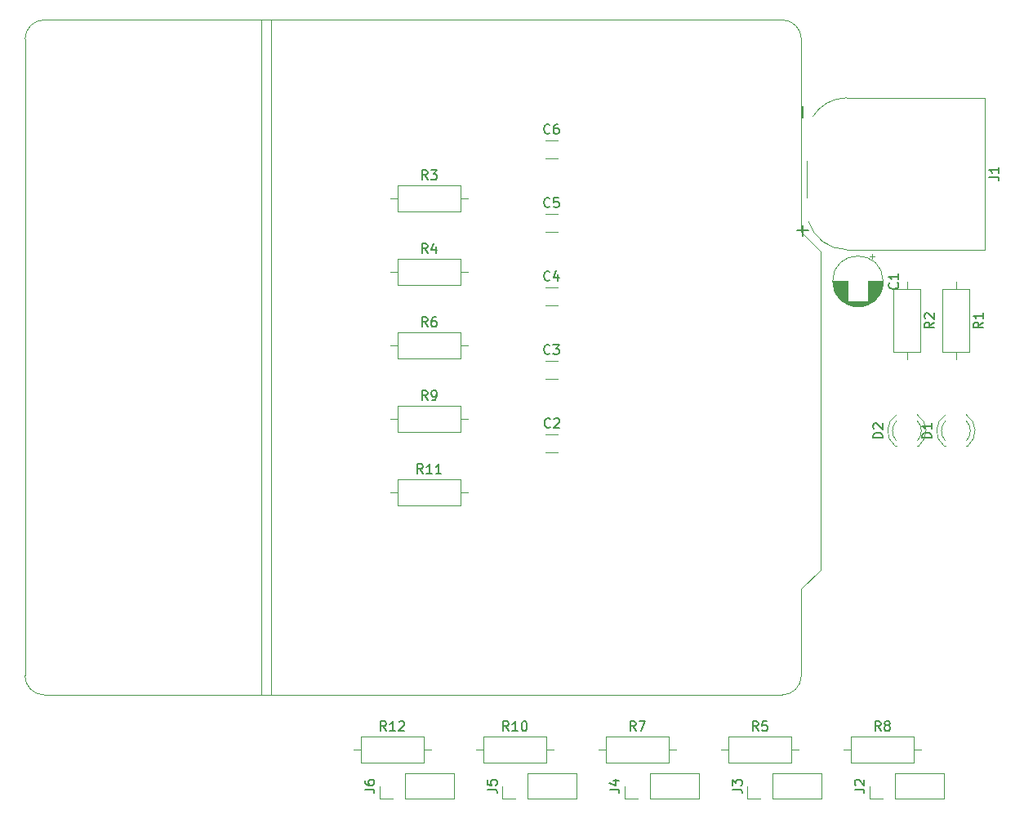
<source format=gbr>
%TF.GenerationSoftware,KiCad,Pcbnew,8.0.1*%
%TF.CreationDate,2024-10-19T15:00:55+09:00*%
%TF.ProjectId,kadai1,6b616461-6931-42e6-9b69-6361645f7063,rev?*%
%TF.SameCoordinates,PX4509570PY2f3c490*%
%TF.FileFunction,Legend,Top*%
%TF.FilePolarity,Positive*%
%FSLAX46Y46*%
G04 Gerber Fmt 4.6, Leading zero omitted, Abs format (unit mm)*
G04 Created by KiCad (PCBNEW 8.0.1) date 2024-10-19 15:00:55*
%MOMM*%
%LPD*%
G01*
G04 APERTURE LIST*
%ADD10C,0.150000*%
%ADD11C,0.120000*%
G04 APERTURE END LIST*
D10*
X66324819Y-31916666D02*
X65848628Y-32249999D01*
X66324819Y-32488094D02*
X65324819Y-32488094D01*
X65324819Y-32488094D02*
X65324819Y-32107142D01*
X65324819Y-32107142D02*
X65372438Y-32011904D01*
X65372438Y-32011904D02*
X65420057Y-31964285D01*
X65420057Y-31964285D02*
X65515295Y-31916666D01*
X65515295Y-31916666D02*
X65658152Y-31916666D01*
X65658152Y-31916666D02*
X65753390Y-31964285D01*
X65753390Y-31964285D02*
X65801009Y-32011904D01*
X65801009Y-32011904D02*
X65848628Y-32107142D01*
X65848628Y-32107142D02*
X65848628Y-32488094D01*
X65420057Y-31535713D02*
X65372438Y-31488094D01*
X65372438Y-31488094D02*
X65324819Y-31392856D01*
X65324819Y-31392856D02*
X65324819Y-31154761D01*
X65324819Y-31154761D02*
X65372438Y-31059523D01*
X65372438Y-31059523D02*
X65420057Y-31011904D01*
X65420057Y-31011904D02*
X65515295Y-30964285D01*
X65515295Y-30964285D02*
X65610533Y-30964285D01*
X65610533Y-30964285D02*
X65753390Y-31011904D01*
X65753390Y-31011904D02*
X66324819Y-31583332D01*
X66324819Y-31583332D02*
X66324819Y-30964285D01*
X45399819Y-80343333D02*
X46114104Y-80343333D01*
X46114104Y-80343333D02*
X46256961Y-80390952D01*
X46256961Y-80390952D02*
X46352200Y-80486190D01*
X46352200Y-80486190D02*
X46399819Y-80629047D01*
X46399819Y-80629047D02*
X46399819Y-80724285D01*
X45399819Y-79962380D02*
X45399819Y-79343333D01*
X45399819Y-79343333D02*
X45780771Y-79676666D01*
X45780771Y-79676666D02*
X45780771Y-79533809D01*
X45780771Y-79533809D02*
X45828390Y-79438571D01*
X45828390Y-79438571D02*
X45876009Y-79390952D01*
X45876009Y-79390952D02*
X45971247Y-79343333D01*
X45971247Y-79343333D02*
X46209342Y-79343333D01*
X46209342Y-79343333D02*
X46304580Y-79390952D01*
X46304580Y-79390952D02*
X46352200Y-79438571D01*
X46352200Y-79438571D02*
X46399819Y-79533809D01*
X46399819Y-79533809D02*
X46399819Y-79819523D01*
X46399819Y-79819523D02*
X46352200Y-79914761D01*
X46352200Y-79914761D02*
X46304580Y-79962380D01*
X22217142Y-74284819D02*
X21883809Y-73808628D01*
X21645714Y-74284819D02*
X21645714Y-73284819D01*
X21645714Y-73284819D02*
X22026666Y-73284819D01*
X22026666Y-73284819D02*
X22121904Y-73332438D01*
X22121904Y-73332438D02*
X22169523Y-73380057D01*
X22169523Y-73380057D02*
X22217142Y-73475295D01*
X22217142Y-73475295D02*
X22217142Y-73618152D01*
X22217142Y-73618152D02*
X22169523Y-73713390D01*
X22169523Y-73713390D02*
X22121904Y-73761009D01*
X22121904Y-73761009D02*
X22026666Y-73808628D01*
X22026666Y-73808628D02*
X21645714Y-73808628D01*
X23169523Y-74284819D02*
X22598095Y-74284819D01*
X22883809Y-74284819D02*
X22883809Y-73284819D01*
X22883809Y-73284819D02*
X22788571Y-73427676D01*
X22788571Y-73427676D02*
X22693333Y-73522914D01*
X22693333Y-73522914D02*
X22598095Y-73570533D01*
X23788571Y-73284819D02*
X23883809Y-73284819D01*
X23883809Y-73284819D02*
X23979047Y-73332438D01*
X23979047Y-73332438D02*
X24026666Y-73380057D01*
X24026666Y-73380057D02*
X24074285Y-73475295D01*
X24074285Y-73475295D02*
X24121904Y-73665771D01*
X24121904Y-73665771D02*
X24121904Y-73903866D01*
X24121904Y-73903866D02*
X24074285Y-74094342D01*
X24074285Y-74094342D02*
X24026666Y-74189580D01*
X24026666Y-74189580D02*
X23979047Y-74237200D01*
X23979047Y-74237200D02*
X23883809Y-74284819D01*
X23883809Y-74284819D02*
X23788571Y-74284819D01*
X23788571Y-74284819D02*
X23693333Y-74237200D01*
X23693333Y-74237200D02*
X23645714Y-74189580D01*
X23645714Y-74189580D02*
X23598095Y-74094342D01*
X23598095Y-74094342D02*
X23550476Y-73903866D01*
X23550476Y-73903866D02*
X23550476Y-73665771D01*
X23550476Y-73665771D02*
X23598095Y-73475295D01*
X23598095Y-73475295D02*
X23645714Y-73380057D01*
X23645714Y-73380057D02*
X23693333Y-73332438D01*
X23693333Y-73332438D02*
X23788571Y-73284819D01*
X13803333Y-39994819D02*
X13470000Y-39518628D01*
X13231905Y-39994819D02*
X13231905Y-38994819D01*
X13231905Y-38994819D02*
X13612857Y-38994819D01*
X13612857Y-38994819D02*
X13708095Y-39042438D01*
X13708095Y-39042438D02*
X13755714Y-39090057D01*
X13755714Y-39090057D02*
X13803333Y-39185295D01*
X13803333Y-39185295D02*
X13803333Y-39328152D01*
X13803333Y-39328152D02*
X13755714Y-39423390D01*
X13755714Y-39423390D02*
X13708095Y-39471009D01*
X13708095Y-39471009D02*
X13612857Y-39518628D01*
X13612857Y-39518628D02*
X13231905Y-39518628D01*
X14279524Y-39994819D02*
X14470000Y-39994819D01*
X14470000Y-39994819D02*
X14565238Y-39947200D01*
X14565238Y-39947200D02*
X14612857Y-39899580D01*
X14612857Y-39899580D02*
X14708095Y-39756723D01*
X14708095Y-39756723D02*
X14755714Y-39566247D01*
X14755714Y-39566247D02*
X14755714Y-39185295D01*
X14755714Y-39185295D02*
X14708095Y-39090057D01*
X14708095Y-39090057D02*
X14660476Y-39042438D01*
X14660476Y-39042438D02*
X14565238Y-38994819D01*
X14565238Y-38994819D02*
X14374762Y-38994819D01*
X14374762Y-38994819D02*
X14279524Y-39042438D01*
X14279524Y-39042438D02*
X14231905Y-39090057D01*
X14231905Y-39090057D02*
X14184286Y-39185295D01*
X14184286Y-39185295D02*
X14184286Y-39423390D01*
X14184286Y-39423390D02*
X14231905Y-39518628D01*
X14231905Y-39518628D02*
X14279524Y-39566247D01*
X14279524Y-39566247D02*
X14374762Y-39613866D01*
X14374762Y-39613866D02*
X14565238Y-39613866D01*
X14565238Y-39613866D02*
X14660476Y-39566247D01*
X14660476Y-39566247D02*
X14708095Y-39518628D01*
X14708095Y-39518628D02*
X14755714Y-39423390D01*
X26483333Y-12279580D02*
X26435714Y-12327200D01*
X26435714Y-12327200D02*
X26292857Y-12374819D01*
X26292857Y-12374819D02*
X26197619Y-12374819D01*
X26197619Y-12374819D02*
X26054762Y-12327200D01*
X26054762Y-12327200D02*
X25959524Y-12231961D01*
X25959524Y-12231961D02*
X25911905Y-12136723D01*
X25911905Y-12136723D02*
X25864286Y-11946247D01*
X25864286Y-11946247D02*
X25864286Y-11803390D01*
X25864286Y-11803390D02*
X25911905Y-11612914D01*
X25911905Y-11612914D02*
X25959524Y-11517676D01*
X25959524Y-11517676D02*
X26054762Y-11422438D01*
X26054762Y-11422438D02*
X26197619Y-11374819D01*
X26197619Y-11374819D02*
X26292857Y-11374819D01*
X26292857Y-11374819D02*
X26435714Y-11422438D01*
X26435714Y-11422438D02*
X26483333Y-11470057D01*
X27340476Y-11374819D02*
X27150000Y-11374819D01*
X27150000Y-11374819D02*
X27054762Y-11422438D01*
X27054762Y-11422438D02*
X27007143Y-11470057D01*
X27007143Y-11470057D02*
X26911905Y-11612914D01*
X26911905Y-11612914D02*
X26864286Y-11803390D01*
X26864286Y-11803390D02*
X26864286Y-12184342D01*
X26864286Y-12184342D02*
X26911905Y-12279580D01*
X26911905Y-12279580D02*
X26959524Y-12327200D01*
X26959524Y-12327200D02*
X27054762Y-12374819D01*
X27054762Y-12374819D02*
X27245238Y-12374819D01*
X27245238Y-12374819D02*
X27340476Y-12327200D01*
X27340476Y-12327200D02*
X27388095Y-12279580D01*
X27388095Y-12279580D02*
X27435714Y-12184342D01*
X27435714Y-12184342D02*
X27435714Y-11946247D01*
X27435714Y-11946247D02*
X27388095Y-11851009D01*
X27388095Y-11851009D02*
X27340476Y-11803390D01*
X27340476Y-11803390D02*
X27245238Y-11755771D01*
X27245238Y-11755771D02*
X27054762Y-11755771D01*
X27054762Y-11755771D02*
X26959524Y-11803390D01*
X26959524Y-11803390D02*
X26911905Y-11851009D01*
X26911905Y-11851009D02*
X26864286Y-11946247D01*
X19999819Y-80343333D02*
X20714104Y-80343333D01*
X20714104Y-80343333D02*
X20856961Y-80390952D01*
X20856961Y-80390952D02*
X20952200Y-80486190D01*
X20952200Y-80486190D02*
X20999819Y-80629047D01*
X20999819Y-80629047D02*
X20999819Y-80724285D01*
X19999819Y-79390952D02*
X19999819Y-79867142D01*
X19999819Y-79867142D02*
X20476009Y-79914761D01*
X20476009Y-79914761D02*
X20428390Y-79867142D01*
X20428390Y-79867142D02*
X20380771Y-79771904D01*
X20380771Y-79771904D02*
X20380771Y-79533809D01*
X20380771Y-79533809D02*
X20428390Y-79438571D01*
X20428390Y-79438571D02*
X20476009Y-79390952D01*
X20476009Y-79390952D02*
X20571247Y-79343333D01*
X20571247Y-79343333D02*
X20809342Y-79343333D01*
X20809342Y-79343333D02*
X20904580Y-79390952D01*
X20904580Y-79390952D02*
X20952200Y-79438571D01*
X20952200Y-79438571D02*
X20999819Y-79533809D01*
X20999819Y-79533809D02*
X20999819Y-79771904D01*
X20999819Y-79771904D02*
X20952200Y-79867142D01*
X20952200Y-79867142D02*
X20904580Y-79914761D01*
X60793333Y-74284819D02*
X60460000Y-73808628D01*
X60221905Y-74284819D02*
X60221905Y-73284819D01*
X60221905Y-73284819D02*
X60602857Y-73284819D01*
X60602857Y-73284819D02*
X60698095Y-73332438D01*
X60698095Y-73332438D02*
X60745714Y-73380057D01*
X60745714Y-73380057D02*
X60793333Y-73475295D01*
X60793333Y-73475295D02*
X60793333Y-73618152D01*
X60793333Y-73618152D02*
X60745714Y-73713390D01*
X60745714Y-73713390D02*
X60698095Y-73761009D01*
X60698095Y-73761009D02*
X60602857Y-73808628D01*
X60602857Y-73808628D02*
X60221905Y-73808628D01*
X61364762Y-73713390D02*
X61269524Y-73665771D01*
X61269524Y-73665771D02*
X61221905Y-73618152D01*
X61221905Y-73618152D02*
X61174286Y-73522914D01*
X61174286Y-73522914D02*
X61174286Y-73475295D01*
X61174286Y-73475295D02*
X61221905Y-73380057D01*
X61221905Y-73380057D02*
X61269524Y-73332438D01*
X61269524Y-73332438D02*
X61364762Y-73284819D01*
X61364762Y-73284819D02*
X61555238Y-73284819D01*
X61555238Y-73284819D02*
X61650476Y-73332438D01*
X61650476Y-73332438D02*
X61698095Y-73380057D01*
X61698095Y-73380057D02*
X61745714Y-73475295D01*
X61745714Y-73475295D02*
X61745714Y-73522914D01*
X61745714Y-73522914D02*
X61698095Y-73618152D01*
X61698095Y-73618152D02*
X61650476Y-73665771D01*
X61650476Y-73665771D02*
X61555238Y-73713390D01*
X61555238Y-73713390D02*
X61364762Y-73713390D01*
X61364762Y-73713390D02*
X61269524Y-73761009D01*
X61269524Y-73761009D02*
X61221905Y-73808628D01*
X61221905Y-73808628D02*
X61174286Y-73903866D01*
X61174286Y-73903866D02*
X61174286Y-74094342D01*
X61174286Y-74094342D02*
X61221905Y-74189580D01*
X61221905Y-74189580D02*
X61269524Y-74237200D01*
X61269524Y-74237200D02*
X61364762Y-74284819D01*
X61364762Y-74284819D02*
X61555238Y-74284819D01*
X61555238Y-74284819D02*
X61650476Y-74237200D01*
X61650476Y-74237200D02*
X61698095Y-74189580D01*
X61698095Y-74189580D02*
X61745714Y-74094342D01*
X61745714Y-74094342D02*
X61745714Y-73903866D01*
X61745714Y-73903866D02*
X61698095Y-73808628D01*
X61698095Y-73808628D02*
X61650476Y-73761009D01*
X61650476Y-73761009D02*
X61555238Y-73713390D01*
X13803333Y-24754819D02*
X13470000Y-24278628D01*
X13231905Y-24754819D02*
X13231905Y-23754819D01*
X13231905Y-23754819D02*
X13612857Y-23754819D01*
X13612857Y-23754819D02*
X13708095Y-23802438D01*
X13708095Y-23802438D02*
X13755714Y-23850057D01*
X13755714Y-23850057D02*
X13803333Y-23945295D01*
X13803333Y-23945295D02*
X13803333Y-24088152D01*
X13803333Y-24088152D02*
X13755714Y-24183390D01*
X13755714Y-24183390D02*
X13708095Y-24231009D01*
X13708095Y-24231009D02*
X13612857Y-24278628D01*
X13612857Y-24278628D02*
X13231905Y-24278628D01*
X14660476Y-24088152D02*
X14660476Y-24754819D01*
X14422381Y-23707200D02*
X14184286Y-24421485D01*
X14184286Y-24421485D02*
X14803333Y-24421485D01*
X26483333Y-19899580D02*
X26435714Y-19947200D01*
X26435714Y-19947200D02*
X26292857Y-19994819D01*
X26292857Y-19994819D02*
X26197619Y-19994819D01*
X26197619Y-19994819D02*
X26054762Y-19947200D01*
X26054762Y-19947200D02*
X25959524Y-19851961D01*
X25959524Y-19851961D02*
X25911905Y-19756723D01*
X25911905Y-19756723D02*
X25864286Y-19566247D01*
X25864286Y-19566247D02*
X25864286Y-19423390D01*
X25864286Y-19423390D02*
X25911905Y-19232914D01*
X25911905Y-19232914D02*
X25959524Y-19137676D01*
X25959524Y-19137676D02*
X26054762Y-19042438D01*
X26054762Y-19042438D02*
X26197619Y-18994819D01*
X26197619Y-18994819D02*
X26292857Y-18994819D01*
X26292857Y-18994819D02*
X26435714Y-19042438D01*
X26435714Y-19042438D02*
X26483333Y-19090057D01*
X27388095Y-18994819D02*
X26911905Y-18994819D01*
X26911905Y-18994819D02*
X26864286Y-19471009D01*
X26864286Y-19471009D02*
X26911905Y-19423390D01*
X26911905Y-19423390D02*
X27007143Y-19375771D01*
X27007143Y-19375771D02*
X27245238Y-19375771D01*
X27245238Y-19375771D02*
X27340476Y-19423390D01*
X27340476Y-19423390D02*
X27388095Y-19471009D01*
X27388095Y-19471009D02*
X27435714Y-19566247D01*
X27435714Y-19566247D02*
X27435714Y-19804342D01*
X27435714Y-19804342D02*
X27388095Y-19899580D01*
X27388095Y-19899580D02*
X27340476Y-19947200D01*
X27340476Y-19947200D02*
X27245238Y-19994819D01*
X27245238Y-19994819D02*
X27007143Y-19994819D01*
X27007143Y-19994819D02*
X26911905Y-19947200D01*
X26911905Y-19947200D02*
X26864286Y-19899580D01*
X60994819Y-43918094D02*
X59994819Y-43918094D01*
X59994819Y-43918094D02*
X59994819Y-43679999D01*
X59994819Y-43679999D02*
X60042438Y-43537142D01*
X60042438Y-43537142D02*
X60137676Y-43441904D01*
X60137676Y-43441904D02*
X60232914Y-43394285D01*
X60232914Y-43394285D02*
X60423390Y-43346666D01*
X60423390Y-43346666D02*
X60566247Y-43346666D01*
X60566247Y-43346666D02*
X60756723Y-43394285D01*
X60756723Y-43394285D02*
X60851961Y-43441904D01*
X60851961Y-43441904D02*
X60947200Y-43537142D01*
X60947200Y-43537142D02*
X60994819Y-43679999D01*
X60994819Y-43679999D02*
X60994819Y-43918094D01*
X60090057Y-42965713D02*
X60042438Y-42918094D01*
X60042438Y-42918094D02*
X59994819Y-42822856D01*
X59994819Y-42822856D02*
X59994819Y-42584761D01*
X59994819Y-42584761D02*
X60042438Y-42489523D01*
X60042438Y-42489523D02*
X60090057Y-42441904D01*
X60090057Y-42441904D02*
X60185295Y-42394285D01*
X60185295Y-42394285D02*
X60280533Y-42394285D01*
X60280533Y-42394285D02*
X60423390Y-42441904D01*
X60423390Y-42441904D02*
X60994819Y-43013332D01*
X60994819Y-43013332D02*
X60994819Y-42394285D01*
X13327142Y-47614819D02*
X12993809Y-47138628D01*
X12755714Y-47614819D02*
X12755714Y-46614819D01*
X12755714Y-46614819D02*
X13136666Y-46614819D01*
X13136666Y-46614819D02*
X13231904Y-46662438D01*
X13231904Y-46662438D02*
X13279523Y-46710057D01*
X13279523Y-46710057D02*
X13327142Y-46805295D01*
X13327142Y-46805295D02*
X13327142Y-46948152D01*
X13327142Y-46948152D02*
X13279523Y-47043390D01*
X13279523Y-47043390D02*
X13231904Y-47091009D01*
X13231904Y-47091009D02*
X13136666Y-47138628D01*
X13136666Y-47138628D02*
X12755714Y-47138628D01*
X14279523Y-47614819D02*
X13708095Y-47614819D01*
X13993809Y-47614819D02*
X13993809Y-46614819D01*
X13993809Y-46614819D02*
X13898571Y-46757676D01*
X13898571Y-46757676D02*
X13803333Y-46852914D01*
X13803333Y-46852914D02*
X13708095Y-46900533D01*
X15231904Y-47614819D02*
X14660476Y-47614819D01*
X14946190Y-47614819D02*
X14946190Y-46614819D01*
X14946190Y-46614819D02*
X14850952Y-46757676D01*
X14850952Y-46757676D02*
X14755714Y-46852914D01*
X14755714Y-46852914D02*
X14660476Y-46900533D01*
X26483333Y-27519580D02*
X26435714Y-27567200D01*
X26435714Y-27567200D02*
X26292857Y-27614819D01*
X26292857Y-27614819D02*
X26197619Y-27614819D01*
X26197619Y-27614819D02*
X26054762Y-27567200D01*
X26054762Y-27567200D02*
X25959524Y-27471961D01*
X25959524Y-27471961D02*
X25911905Y-27376723D01*
X25911905Y-27376723D02*
X25864286Y-27186247D01*
X25864286Y-27186247D02*
X25864286Y-27043390D01*
X25864286Y-27043390D02*
X25911905Y-26852914D01*
X25911905Y-26852914D02*
X25959524Y-26757676D01*
X25959524Y-26757676D02*
X26054762Y-26662438D01*
X26054762Y-26662438D02*
X26197619Y-26614819D01*
X26197619Y-26614819D02*
X26292857Y-26614819D01*
X26292857Y-26614819D02*
X26435714Y-26662438D01*
X26435714Y-26662438D02*
X26483333Y-26710057D01*
X27340476Y-26948152D02*
X27340476Y-27614819D01*
X27102381Y-26567200D02*
X26864286Y-27281485D01*
X26864286Y-27281485D02*
X27483333Y-27281485D01*
X7284819Y-80343333D02*
X7999104Y-80343333D01*
X7999104Y-80343333D02*
X8141961Y-80390952D01*
X8141961Y-80390952D02*
X8237200Y-80486190D01*
X8237200Y-80486190D02*
X8284819Y-80629047D01*
X8284819Y-80629047D02*
X8284819Y-80724285D01*
X7284819Y-79438571D02*
X7284819Y-79629047D01*
X7284819Y-79629047D02*
X7332438Y-79724285D01*
X7332438Y-79724285D02*
X7380057Y-79771904D01*
X7380057Y-79771904D02*
X7522914Y-79867142D01*
X7522914Y-79867142D02*
X7713390Y-79914761D01*
X7713390Y-79914761D02*
X8094342Y-79914761D01*
X8094342Y-79914761D02*
X8189580Y-79867142D01*
X8189580Y-79867142D02*
X8237200Y-79819523D01*
X8237200Y-79819523D02*
X8284819Y-79724285D01*
X8284819Y-79724285D02*
X8284819Y-79533809D01*
X8284819Y-79533809D02*
X8237200Y-79438571D01*
X8237200Y-79438571D02*
X8189580Y-79390952D01*
X8189580Y-79390952D02*
X8094342Y-79343333D01*
X8094342Y-79343333D02*
X7856247Y-79343333D01*
X7856247Y-79343333D02*
X7761009Y-79390952D01*
X7761009Y-79390952D02*
X7713390Y-79438571D01*
X7713390Y-79438571D02*
X7665771Y-79533809D01*
X7665771Y-79533809D02*
X7665771Y-79724285D01*
X7665771Y-79724285D02*
X7713390Y-79819523D01*
X7713390Y-79819523D02*
X7761009Y-79867142D01*
X7761009Y-79867142D02*
X7856247Y-79914761D01*
X66074819Y-43918094D02*
X65074819Y-43918094D01*
X65074819Y-43918094D02*
X65074819Y-43679999D01*
X65074819Y-43679999D02*
X65122438Y-43537142D01*
X65122438Y-43537142D02*
X65217676Y-43441904D01*
X65217676Y-43441904D02*
X65312914Y-43394285D01*
X65312914Y-43394285D02*
X65503390Y-43346666D01*
X65503390Y-43346666D02*
X65646247Y-43346666D01*
X65646247Y-43346666D02*
X65836723Y-43394285D01*
X65836723Y-43394285D02*
X65931961Y-43441904D01*
X65931961Y-43441904D02*
X66027200Y-43537142D01*
X66027200Y-43537142D02*
X66074819Y-43679999D01*
X66074819Y-43679999D02*
X66074819Y-43918094D01*
X66074819Y-42394285D02*
X66074819Y-42965713D01*
X66074819Y-42679999D02*
X65074819Y-42679999D01*
X65074819Y-42679999D02*
X65217676Y-42775237D01*
X65217676Y-42775237D02*
X65312914Y-42870475D01*
X65312914Y-42870475D02*
X65360533Y-42965713D01*
X13803333Y-32374819D02*
X13470000Y-31898628D01*
X13231905Y-32374819D02*
X13231905Y-31374819D01*
X13231905Y-31374819D02*
X13612857Y-31374819D01*
X13612857Y-31374819D02*
X13708095Y-31422438D01*
X13708095Y-31422438D02*
X13755714Y-31470057D01*
X13755714Y-31470057D02*
X13803333Y-31565295D01*
X13803333Y-31565295D02*
X13803333Y-31708152D01*
X13803333Y-31708152D02*
X13755714Y-31803390D01*
X13755714Y-31803390D02*
X13708095Y-31851009D01*
X13708095Y-31851009D02*
X13612857Y-31898628D01*
X13612857Y-31898628D02*
X13231905Y-31898628D01*
X14660476Y-31374819D02*
X14470000Y-31374819D01*
X14470000Y-31374819D02*
X14374762Y-31422438D01*
X14374762Y-31422438D02*
X14327143Y-31470057D01*
X14327143Y-31470057D02*
X14231905Y-31612914D01*
X14231905Y-31612914D02*
X14184286Y-31803390D01*
X14184286Y-31803390D02*
X14184286Y-32184342D01*
X14184286Y-32184342D02*
X14231905Y-32279580D01*
X14231905Y-32279580D02*
X14279524Y-32327200D01*
X14279524Y-32327200D02*
X14374762Y-32374819D01*
X14374762Y-32374819D02*
X14565238Y-32374819D01*
X14565238Y-32374819D02*
X14660476Y-32327200D01*
X14660476Y-32327200D02*
X14708095Y-32279580D01*
X14708095Y-32279580D02*
X14755714Y-32184342D01*
X14755714Y-32184342D02*
X14755714Y-31946247D01*
X14755714Y-31946247D02*
X14708095Y-31851009D01*
X14708095Y-31851009D02*
X14660476Y-31803390D01*
X14660476Y-31803390D02*
X14565238Y-31755771D01*
X14565238Y-31755771D02*
X14374762Y-31755771D01*
X14374762Y-31755771D02*
X14279524Y-31803390D01*
X14279524Y-31803390D02*
X14231905Y-31851009D01*
X14231905Y-31851009D02*
X14184286Y-31946247D01*
X71404819Y-31916666D02*
X70928628Y-32249999D01*
X71404819Y-32488094D02*
X70404819Y-32488094D01*
X70404819Y-32488094D02*
X70404819Y-32107142D01*
X70404819Y-32107142D02*
X70452438Y-32011904D01*
X70452438Y-32011904D02*
X70500057Y-31964285D01*
X70500057Y-31964285D02*
X70595295Y-31916666D01*
X70595295Y-31916666D02*
X70738152Y-31916666D01*
X70738152Y-31916666D02*
X70833390Y-31964285D01*
X70833390Y-31964285D02*
X70881009Y-32011904D01*
X70881009Y-32011904D02*
X70928628Y-32107142D01*
X70928628Y-32107142D02*
X70928628Y-32488094D01*
X71404819Y-30964285D02*
X71404819Y-31535713D01*
X71404819Y-31249999D02*
X70404819Y-31249999D01*
X70404819Y-31249999D02*
X70547676Y-31345237D01*
X70547676Y-31345237D02*
X70642914Y-31440475D01*
X70642914Y-31440475D02*
X70690533Y-31535713D01*
X26523333Y-42759580D02*
X26475714Y-42807200D01*
X26475714Y-42807200D02*
X26332857Y-42854819D01*
X26332857Y-42854819D02*
X26237619Y-42854819D01*
X26237619Y-42854819D02*
X26094762Y-42807200D01*
X26094762Y-42807200D02*
X25999524Y-42711961D01*
X25999524Y-42711961D02*
X25951905Y-42616723D01*
X25951905Y-42616723D02*
X25904286Y-42426247D01*
X25904286Y-42426247D02*
X25904286Y-42283390D01*
X25904286Y-42283390D02*
X25951905Y-42092914D01*
X25951905Y-42092914D02*
X25999524Y-41997676D01*
X25999524Y-41997676D02*
X26094762Y-41902438D01*
X26094762Y-41902438D02*
X26237619Y-41854819D01*
X26237619Y-41854819D02*
X26332857Y-41854819D01*
X26332857Y-41854819D02*
X26475714Y-41902438D01*
X26475714Y-41902438D02*
X26523333Y-41950057D01*
X26904286Y-41950057D02*
X26951905Y-41902438D01*
X26951905Y-41902438D02*
X27047143Y-41854819D01*
X27047143Y-41854819D02*
X27285238Y-41854819D01*
X27285238Y-41854819D02*
X27380476Y-41902438D01*
X27380476Y-41902438D02*
X27428095Y-41950057D01*
X27428095Y-41950057D02*
X27475714Y-42045295D01*
X27475714Y-42045295D02*
X27475714Y-42140533D01*
X27475714Y-42140533D02*
X27428095Y-42283390D01*
X27428095Y-42283390D02*
X26856667Y-42854819D01*
X26856667Y-42854819D02*
X27475714Y-42854819D01*
X26483333Y-35139580D02*
X26435714Y-35187200D01*
X26435714Y-35187200D02*
X26292857Y-35234819D01*
X26292857Y-35234819D02*
X26197619Y-35234819D01*
X26197619Y-35234819D02*
X26054762Y-35187200D01*
X26054762Y-35187200D02*
X25959524Y-35091961D01*
X25959524Y-35091961D02*
X25911905Y-34996723D01*
X25911905Y-34996723D02*
X25864286Y-34806247D01*
X25864286Y-34806247D02*
X25864286Y-34663390D01*
X25864286Y-34663390D02*
X25911905Y-34472914D01*
X25911905Y-34472914D02*
X25959524Y-34377676D01*
X25959524Y-34377676D02*
X26054762Y-34282438D01*
X26054762Y-34282438D02*
X26197619Y-34234819D01*
X26197619Y-34234819D02*
X26292857Y-34234819D01*
X26292857Y-34234819D02*
X26435714Y-34282438D01*
X26435714Y-34282438D02*
X26483333Y-34330057D01*
X26816667Y-34234819D02*
X27435714Y-34234819D01*
X27435714Y-34234819D02*
X27102381Y-34615771D01*
X27102381Y-34615771D02*
X27245238Y-34615771D01*
X27245238Y-34615771D02*
X27340476Y-34663390D01*
X27340476Y-34663390D02*
X27388095Y-34711009D01*
X27388095Y-34711009D02*
X27435714Y-34806247D01*
X27435714Y-34806247D02*
X27435714Y-35044342D01*
X27435714Y-35044342D02*
X27388095Y-35139580D01*
X27388095Y-35139580D02*
X27340476Y-35187200D01*
X27340476Y-35187200D02*
X27245238Y-35234819D01*
X27245238Y-35234819D02*
X26959524Y-35234819D01*
X26959524Y-35234819D02*
X26864286Y-35187200D01*
X26864286Y-35187200D02*
X26816667Y-35139580D01*
X62529580Y-27836666D02*
X62577200Y-27884285D01*
X62577200Y-27884285D02*
X62624819Y-28027142D01*
X62624819Y-28027142D02*
X62624819Y-28122380D01*
X62624819Y-28122380D02*
X62577200Y-28265237D01*
X62577200Y-28265237D02*
X62481961Y-28360475D01*
X62481961Y-28360475D02*
X62386723Y-28408094D01*
X62386723Y-28408094D02*
X62196247Y-28455713D01*
X62196247Y-28455713D02*
X62053390Y-28455713D01*
X62053390Y-28455713D02*
X61862914Y-28408094D01*
X61862914Y-28408094D02*
X61767676Y-28360475D01*
X61767676Y-28360475D02*
X61672438Y-28265237D01*
X61672438Y-28265237D02*
X61624819Y-28122380D01*
X61624819Y-28122380D02*
X61624819Y-28027142D01*
X61624819Y-28027142D02*
X61672438Y-27884285D01*
X61672438Y-27884285D02*
X61720057Y-27836666D01*
X62624819Y-26884285D02*
X62624819Y-27455713D01*
X62624819Y-27169999D02*
X61624819Y-27169999D01*
X61624819Y-27169999D02*
X61767676Y-27265237D01*
X61767676Y-27265237D02*
X61862914Y-27360475D01*
X61862914Y-27360475D02*
X61910533Y-27455713D01*
X58084819Y-80343333D02*
X58799104Y-80343333D01*
X58799104Y-80343333D02*
X58941961Y-80390952D01*
X58941961Y-80390952D02*
X59037200Y-80486190D01*
X59037200Y-80486190D02*
X59084819Y-80629047D01*
X59084819Y-80629047D02*
X59084819Y-80724285D01*
X58180057Y-79914761D02*
X58132438Y-79867142D01*
X58132438Y-79867142D02*
X58084819Y-79771904D01*
X58084819Y-79771904D02*
X58084819Y-79533809D01*
X58084819Y-79533809D02*
X58132438Y-79438571D01*
X58132438Y-79438571D02*
X58180057Y-79390952D01*
X58180057Y-79390952D02*
X58275295Y-79343333D01*
X58275295Y-79343333D02*
X58370533Y-79343333D01*
X58370533Y-79343333D02*
X58513390Y-79390952D01*
X58513390Y-79390952D02*
X59084819Y-79962380D01*
X59084819Y-79962380D02*
X59084819Y-79343333D01*
X32684819Y-80343333D02*
X33399104Y-80343333D01*
X33399104Y-80343333D02*
X33541961Y-80390952D01*
X33541961Y-80390952D02*
X33637200Y-80486190D01*
X33637200Y-80486190D02*
X33684819Y-80629047D01*
X33684819Y-80629047D02*
X33684819Y-80724285D01*
X33018152Y-79438571D02*
X33684819Y-79438571D01*
X32637200Y-79676666D02*
X33351485Y-79914761D01*
X33351485Y-79914761D02*
X33351485Y-79295714D01*
X48093333Y-74284819D02*
X47760000Y-73808628D01*
X47521905Y-74284819D02*
X47521905Y-73284819D01*
X47521905Y-73284819D02*
X47902857Y-73284819D01*
X47902857Y-73284819D02*
X47998095Y-73332438D01*
X47998095Y-73332438D02*
X48045714Y-73380057D01*
X48045714Y-73380057D02*
X48093333Y-73475295D01*
X48093333Y-73475295D02*
X48093333Y-73618152D01*
X48093333Y-73618152D02*
X48045714Y-73713390D01*
X48045714Y-73713390D02*
X47998095Y-73761009D01*
X47998095Y-73761009D02*
X47902857Y-73808628D01*
X47902857Y-73808628D02*
X47521905Y-73808628D01*
X48998095Y-73284819D02*
X48521905Y-73284819D01*
X48521905Y-73284819D02*
X48474286Y-73761009D01*
X48474286Y-73761009D02*
X48521905Y-73713390D01*
X48521905Y-73713390D02*
X48617143Y-73665771D01*
X48617143Y-73665771D02*
X48855238Y-73665771D01*
X48855238Y-73665771D02*
X48950476Y-73713390D01*
X48950476Y-73713390D02*
X48998095Y-73761009D01*
X48998095Y-73761009D02*
X49045714Y-73856247D01*
X49045714Y-73856247D02*
X49045714Y-74094342D01*
X49045714Y-74094342D02*
X48998095Y-74189580D01*
X48998095Y-74189580D02*
X48950476Y-74237200D01*
X48950476Y-74237200D02*
X48855238Y-74284819D01*
X48855238Y-74284819D02*
X48617143Y-74284819D01*
X48617143Y-74284819D02*
X48521905Y-74237200D01*
X48521905Y-74237200D02*
X48474286Y-74189580D01*
X72034819Y-16843333D02*
X72749104Y-16843333D01*
X72749104Y-16843333D02*
X72891961Y-16890952D01*
X72891961Y-16890952D02*
X72987200Y-16986190D01*
X72987200Y-16986190D02*
X73034819Y-17129047D01*
X73034819Y-17129047D02*
X73034819Y-17224285D01*
X73034819Y-15843333D02*
X73034819Y-16414761D01*
X73034819Y-16129047D02*
X72034819Y-16129047D01*
X72034819Y-16129047D02*
X72177676Y-16224285D01*
X72177676Y-16224285D02*
X72272914Y-16319523D01*
X72272914Y-16319523D02*
X72320533Y-16414761D01*
X52694700Y-22981428D02*
X52694700Y-21838571D01*
X53266128Y-22409999D02*
X52123271Y-22409999D01*
X52694700Y-10681428D02*
X52694700Y-9538571D01*
X9517142Y-74284819D02*
X9183809Y-73808628D01*
X8945714Y-74284819D02*
X8945714Y-73284819D01*
X8945714Y-73284819D02*
X9326666Y-73284819D01*
X9326666Y-73284819D02*
X9421904Y-73332438D01*
X9421904Y-73332438D02*
X9469523Y-73380057D01*
X9469523Y-73380057D02*
X9517142Y-73475295D01*
X9517142Y-73475295D02*
X9517142Y-73618152D01*
X9517142Y-73618152D02*
X9469523Y-73713390D01*
X9469523Y-73713390D02*
X9421904Y-73761009D01*
X9421904Y-73761009D02*
X9326666Y-73808628D01*
X9326666Y-73808628D02*
X8945714Y-73808628D01*
X10469523Y-74284819D02*
X9898095Y-74284819D01*
X10183809Y-74284819D02*
X10183809Y-73284819D01*
X10183809Y-73284819D02*
X10088571Y-73427676D01*
X10088571Y-73427676D02*
X9993333Y-73522914D01*
X9993333Y-73522914D02*
X9898095Y-73570533D01*
X10850476Y-73380057D02*
X10898095Y-73332438D01*
X10898095Y-73332438D02*
X10993333Y-73284819D01*
X10993333Y-73284819D02*
X11231428Y-73284819D01*
X11231428Y-73284819D02*
X11326666Y-73332438D01*
X11326666Y-73332438D02*
X11374285Y-73380057D01*
X11374285Y-73380057D02*
X11421904Y-73475295D01*
X11421904Y-73475295D02*
X11421904Y-73570533D01*
X11421904Y-73570533D02*
X11374285Y-73713390D01*
X11374285Y-73713390D02*
X10802857Y-74284819D01*
X10802857Y-74284819D02*
X11421904Y-74284819D01*
X35393333Y-74284819D02*
X35060000Y-73808628D01*
X34821905Y-74284819D02*
X34821905Y-73284819D01*
X34821905Y-73284819D02*
X35202857Y-73284819D01*
X35202857Y-73284819D02*
X35298095Y-73332438D01*
X35298095Y-73332438D02*
X35345714Y-73380057D01*
X35345714Y-73380057D02*
X35393333Y-73475295D01*
X35393333Y-73475295D02*
X35393333Y-73618152D01*
X35393333Y-73618152D02*
X35345714Y-73713390D01*
X35345714Y-73713390D02*
X35298095Y-73761009D01*
X35298095Y-73761009D02*
X35202857Y-73808628D01*
X35202857Y-73808628D02*
X34821905Y-73808628D01*
X35726667Y-73284819D02*
X36393333Y-73284819D01*
X36393333Y-73284819D02*
X35964762Y-74284819D01*
X13803333Y-17134819D02*
X13470000Y-16658628D01*
X13231905Y-17134819D02*
X13231905Y-16134819D01*
X13231905Y-16134819D02*
X13612857Y-16134819D01*
X13612857Y-16134819D02*
X13708095Y-16182438D01*
X13708095Y-16182438D02*
X13755714Y-16230057D01*
X13755714Y-16230057D02*
X13803333Y-16325295D01*
X13803333Y-16325295D02*
X13803333Y-16468152D01*
X13803333Y-16468152D02*
X13755714Y-16563390D01*
X13755714Y-16563390D02*
X13708095Y-16611009D01*
X13708095Y-16611009D02*
X13612857Y-16658628D01*
X13612857Y-16658628D02*
X13231905Y-16658628D01*
X14136667Y-16134819D02*
X14755714Y-16134819D01*
X14755714Y-16134819D02*
X14422381Y-16515771D01*
X14422381Y-16515771D02*
X14565238Y-16515771D01*
X14565238Y-16515771D02*
X14660476Y-16563390D01*
X14660476Y-16563390D02*
X14708095Y-16611009D01*
X14708095Y-16611009D02*
X14755714Y-16706247D01*
X14755714Y-16706247D02*
X14755714Y-16944342D01*
X14755714Y-16944342D02*
X14708095Y-17039580D01*
X14708095Y-17039580D02*
X14660476Y-17087200D01*
X14660476Y-17087200D02*
X14565238Y-17134819D01*
X14565238Y-17134819D02*
X14279524Y-17134819D01*
X14279524Y-17134819D02*
X14184286Y-17087200D01*
X14184286Y-17087200D02*
X14136667Y-17039580D01*
D11*
%TO.C,R2*%
X62130000Y-28480000D02*
X62130000Y-35020000D01*
X62130000Y-35020000D02*
X64870000Y-35020000D01*
X63500000Y-27710000D02*
X63500000Y-28480000D01*
X63500000Y-35790000D02*
X63500000Y-35020000D01*
X64870000Y-28480000D02*
X62130000Y-28480000D01*
X64870000Y-35020000D02*
X64870000Y-28480000D01*
%TO.C,J3*%
X46945000Y-81340000D02*
X46945000Y-80010000D01*
X48275000Y-81340000D02*
X46945000Y-81340000D01*
X49545000Y-78680000D02*
X54685000Y-78680000D01*
X49545000Y-81340000D02*
X49545000Y-78680000D01*
X49545000Y-81340000D02*
X54685000Y-81340000D01*
X54685000Y-81340000D02*
X54685000Y-78680000D01*
%TO.C,R10*%
X18820000Y-76200000D02*
X19590000Y-76200000D01*
X19590000Y-74830000D02*
X19590000Y-77570000D01*
X19590000Y-77570000D02*
X26130000Y-77570000D01*
X26130000Y-74830000D02*
X19590000Y-74830000D01*
X26130000Y-77570000D02*
X26130000Y-74830000D01*
X26900000Y-76200000D02*
X26130000Y-76200000D01*
%TO.C,R9*%
X9930000Y-41910000D02*
X10700000Y-41910000D01*
X10700000Y-40540000D02*
X10700000Y-43280000D01*
X10700000Y-43280000D02*
X17240000Y-43280000D01*
X17240000Y-40540000D02*
X10700000Y-40540000D01*
X17240000Y-43280000D02*
X17240000Y-40540000D01*
X18010000Y-41910000D02*
X17240000Y-41910000D01*
%TO.C,C6*%
X26021000Y-13050000D02*
X27279000Y-13050000D01*
X26021000Y-14890000D02*
X27279000Y-14890000D01*
%TO.C,J5*%
X21545000Y-81340000D02*
X21545000Y-80010000D01*
X22875000Y-81340000D02*
X21545000Y-81340000D01*
X24145000Y-78680000D02*
X29285000Y-78680000D01*
X24145000Y-81340000D02*
X24145000Y-78680000D01*
X24145000Y-81340000D02*
X29285000Y-81340000D01*
X29285000Y-81340000D02*
X29285000Y-78680000D01*
%TO.C,R8*%
X56920000Y-76200000D02*
X57690000Y-76200000D01*
X57690000Y-74830000D02*
X57690000Y-77570000D01*
X57690000Y-77570000D02*
X64230000Y-77570000D01*
X64230000Y-74830000D02*
X57690000Y-74830000D01*
X64230000Y-77570000D02*
X64230000Y-74830000D01*
X65000000Y-76200000D02*
X64230000Y-76200000D01*
%TO.C,R4*%
X9930000Y-26670000D02*
X10700000Y-26670000D01*
X10700000Y-25300000D02*
X10700000Y-28040000D01*
X10700000Y-28040000D02*
X17240000Y-28040000D01*
X17240000Y-25300000D02*
X10700000Y-25300000D01*
X17240000Y-28040000D02*
X17240000Y-25300000D01*
X18010000Y-26670000D02*
X17240000Y-26670000D01*
%TO.C,C5*%
X26021000Y-20670000D02*
X27279000Y-20670000D01*
X26021000Y-22510000D02*
X27279000Y-22510000D01*
%TO.C,D2*%
X62264000Y-44740000D02*
X62420000Y-44740000D01*
X64580000Y-44740000D02*
X64736000Y-44740000D01*
X62264485Y-44739999D02*
G75*
G02*
X62421392Y-41507666I1235515J1559999D01*
G01*
X62420001Y-44220960D02*
G75*
G02*
X62420164Y-42138871I1079999J1040960D01*
G01*
X64578608Y-41507666D02*
G75*
G02*
X64735515Y-44739999I-1078608J-1672334D01*
G01*
X64579836Y-42138871D02*
G75*
G02*
X64579999Y-44220960I-1079836J-1041129D01*
G01*
%TO.C,R11*%
X9930000Y-49530000D02*
X10700000Y-49530000D01*
X10700000Y-48160000D02*
X10700000Y-50900000D01*
X10700000Y-50900000D02*
X17240000Y-50900000D01*
X17240000Y-48160000D02*
X10700000Y-48160000D01*
X17240000Y-50900000D02*
X17240000Y-48160000D01*
X18010000Y-49530000D02*
X17240000Y-49530000D01*
%TO.C,C4*%
X26021000Y-28290000D02*
X27279000Y-28290000D01*
X26021000Y-30130000D02*
X27279000Y-30130000D01*
%TO.C,J6*%
X8830000Y-81340000D02*
X8830000Y-80010000D01*
X10160000Y-81340000D02*
X8830000Y-81340000D01*
X11430000Y-78680000D02*
X16570000Y-78680000D01*
X11430000Y-81340000D02*
X11430000Y-78680000D01*
X11430000Y-81340000D02*
X16570000Y-81340000D01*
X16570000Y-81340000D02*
X16570000Y-78680000D01*
%TO.C,D1*%
X67344000Y-44740000D02*
X67500000Y-44740000D01*
X69660000Y-44740000D02*
X69816000Y-44740000D01*
X67344485Y-44739999D02*
G75*
G02*
X67501392Y-41507666I1235515J1559999D01*
G01*
X67500001Y-44220960D02*
G75*
G02*
X67500164Y-42138871I1079999J1040960D01*
G01*
X69658608Y-41507666D02*
G75*
G02*
X69815515Y-44739999I-1078608J-1672334D01*
G01*
X69659836Y-42138871D02*
G75*
G02*
X69659999Y-44220960I-1079836J-1041129D01*
G01*
%TO.C,R6*%
X9930000Y-34290000D02*
X10700000Y-34290000D01*
X10700000Y-32920000D02*
X10700000Y-35660000D01*
X10700000Y-35660000D02*
X17240000Y-35660000D01*
X17240000Y-32920000D02*
X10700000Y-32920000D01*
X17240000Y-35660000D02*
X17240000Y-32920000D01*
X18010000Y-34290000D02*
X17240000Y-34290000D01*
%TO.C,R1*%
X67210000Y-28480000D02*
X67210000Y-35020000D01*
X67210000Y-35020000D02*
X69950000Y-35020000D01*
X68580000Y-27710000D02*
X68580000Y-28480000D01*
X68580000Y-35790000D02*
X68580000Y-35020000D01*
X69950000Y-28480000D02*
X67210000Y-28480000D01*
X69950000Y-35020000D02*
X69950000Y-28480000D01*
%TO.C,U6*%
X-27940000Y-68560000D02*
X-27940000Y-2560000D01*
X-25940000Y-560000D02*
X50560000Y-560000D01*
X-25940000Y-70560000D02*
X50560000Y-70560000D01*
X-3440000Y-560000D02*
X-3440000Y-70560000D01*
X-2440000Y-70560000D02*
X-2440000Y-560000D01*
X52560000Y-22560000D02*
X52560000Y-2560000D01*
X52560000Y-59560000D02*
X52560000Y-68560000D01*
X52560000Y-59560000D02*
X54560000Y-57560000D01*
X54560000Y-24560000D02*
X52560000Y-22560000D01*
X54560000Y-57560000D02*
X54560000Y-24560000D01*
X-27940000Y-2560000D02*
G75*
G02*
X-25940000Y-559972I2000014J14D01*
G01*
X-25940000Y-70560000D02*
G75*
G02*
X-27940000Y-68560000I-1J1999999D01*
G01*
X50560000Y-560000D02*
G75*
G02*
X52560000Y-2560000I14J-1999986D01*
G01*
X52560000Y-68560000D02*
G75*
G02*
X50560000Y-70560000I-1999999J-1D01*
G01*
%TO.C,C2*%
X26061000Y-43530000D02*
X27319000Y-43530000D01*
X26061000Y-45370000D02*
X27319000Y-45370000D01*
%TO.C,C3*%
X26021000Y-35910000D02*
X27279000Y-35910000D01*
X26021000Y-37750000D02*
X27279000Y-37750000D01*
%TO.C,C1*%
X57380000Y-27670000D02*
X55840000Y-27670000D01*
X57380000Y-27710000D02*
X55840000Y-27710000D01*
X57380000Y-27750000D02*
X55841000Y-27750000D01*
X57380000Y-27790000D02*
X55842000Y-27790000D01*
X57380000Y-27830000D02*
X55844000Y-27830000D01*
X57380000Y-27870000D02*
X55847000Y-27870000D01*
X57380000Y-27910000D02*
X55851000Y-27910000D01*
X57380000Y-27950000D02*
X55855000Y-27950000D01*
X57380000Y-27990000D02*
X55859000Y-27990000D01*
X57380000Y-28030000D02*
X55864000Y-28030000D01*
X57380000Y-28070000D02*
X55870000Y-28070000D01*
X57380000Y-28110000D02*
X55877000Y-28110000D01*
X57380000Y-28150000D02*
X55884000Y-28150000D01*
X57380000Y-28190000D02*
X55892000Y-28190000D01*
X57380000Y-28230000D02*
X55900000Y-28230000D01*
X57380000Y-28270000D02*
X55909000Y-28270000D01*
X57380000Y-28310000D02*
X55919000Y-28310000D01*
X57380000Y-28350000D02*
X55929000Y-28350000D01*
X57380000Y-28391000D02*
X55940000Y-28391000D01*
X57380000Y-28431000D02*
X55952000Y-28431000D01*
X57380000Y-28471000D02*
X55965000Y-28471000D01*
X57380000Y-28511000D02*
X55978000Y-28511000D01*
X57380000Y-28551000D02*
X55992000Y-28551000D01*
X57380000Y-28591000D02*
X56006000Y-28591000D01*
X57380000Y-28631000D02*
X56022000Y-28631000D01*
X57380000Y-28671000D02*
X56038000Y-28671000D01*
X57380000Y-28711000D02*
X56055000Y-28711000D01*
X57380000Y-28751000D02*
X56072000Y-28751000D01*
X57380000Y-28791000D02*
X56091000Y-28791000D01*
X57380000Y-28831000D02*
X56110000Y-28831000D01*
X57380000Y-28871000D02*
X56130000Y-28871000D01*
X57380000Y-28911000D02*
X56152000Y-28911000D01*
X57380000Y-28951000D02*
X56173000Y-28951000D01*
X57380000Y-28991000D02*
X56196000Y-28991000D01*
X57380000Y-29031000D02*
X56220000Y-29031000D01*
X57380000Y-29071000D02*
X56245000Y-29071000D01*
X57380000Y-29111000D02*
X56271000Y-29111000D01*
X57380000Y-29151000D02*
X56298000Y-29151000D01*
X57380000Y-29191000D02*
X56325000Y-29191000D01*
X57380000Y-29231000D02*
X56355000Y-29231000D01*
X57380000Y-29271000D02*
X56385000Y-29271000D01*
X57380000Y-29311000D02*
X56416000Y-29311000D01*
X57380000Y-29351000D02*
X56449000Y-29351000D01*
X57380000Y-29391000D02*
X56483000Y-29391000D01*
X57380000Y-29431000D02*
X56519000Y-29431000D01*
X57380000Y-29471000D02*
X56556000Y-29471000D01*
X57380000Y-29511000D02*
X56594000Y-29511000D01*
X57380000Y-29551000D02*
X56635000Y-29551000D01*
X57380000Y-29591000D02*
X56677000Y-29591000D01*
X57380000Y-29631000D02*
X56721000Y-29631000D01*
X57380000Y-29671000D02*
X56767000Y-29671000D01*
X58704000Y-30271000D02*
X58136000Y-30271000D01*
X58938000Y-30231000D02*
X57902000Y-30231000D01*
X59097000Y-30191000D02*
X57743000Y-30191000D01*
X59225000Y-30151000D02*
X57615000Y-30151000D01*
X59335000Y-30111000D02*
X57505000Y-30111000D01*
X59431000Y-30071000D02*
X57409000Y-30071000D01*
X59518000Y-30031000D02*
X57322000Y-30031000D01*
X59598000Y-29991000D02*
X57242000Y-29991000D01*
X59671000Y-29951000D02*
X57169000Y-29951000D01*
X59739000Y-29911000D02*
X57101000Y-29911000D01*
X59803000Y-29871000D02*
X57037000Y-29871000D01*
X59863000Y-29831000D02*
X56977000Y-29831000D01*
X59895000Y-24865225D02*
X59895000Y-25365225D01*
X59920000Y-29791000D02*
X56920000Y-29791000D01*
X59974000Y-29751000D02*
X56866000Y-29751000D01*
X60025000Y-29711000D02*
X56815000Y-29711000D01*
X60073000Y-29671000D02*
X59460000Y-29671000D01*
X60119000Y-29631000D02*
X59460000Y-29631000D01*
X60145000Y-25115225D02*
X59645000Y-25115225D01*
X60163000Y-29591000D02*
X59460000Y-29591000D01*
X60205000Y-29551000D02*
X59460000Y-29551000D01*
X60246000Y-29511000D02*
X59460000Y-29511000D01*
X60284000Y-29471000D02*
X59460000Y-29471000D01*
X60321000Y-29431000D02*
X59460000Y-29431000D01*
X60357000Y-29391000D02*
X59460000Y-29391000D01*
X60391000Y-29351000D02*
X59460000Y-29351000D01*
X60424000Y-29311000D02*
X59460000Y-29311000D01*
X60455000Y-29271000D02*
X59460000Y-29271000D01*
X60485000Y-29231000D02*
X59460000Y-29231000D01*
X60515000Y-29191000D02*
X59460000Y-29191000D01*
X60542000Y-29151000D02*
X59460000Y-29151000D01*
X60569000Y-29111000D02*
X59460000Y-29111000D01*
X60595000Y-29071000D02*
X59460000Y-29071000D01*
X60620000Y-29031000D02*
X59460000Y-29031000D01*
X60644000Y-28991000D02*
X59460000Y-28991000D01*
X60667000Y-28951000D02*
X59460000Y-28951000D01*
X60688000Y-28911000D02*
X59460000Y-28911000D01*
X60710000Y-28871000D02*
X59460000Y-28871000D01*
X60730000Y-28831000D02*
X59460000Y-28831000D01*
X60749000Y-28791000D02*
X59460000Y-28791000D01*
X60768000Y-28751000D02*
X59460000Y-28751000D01*
X60785000Y-28711000D02*
X59460000Y-28711000D01*
X60802000Y-28671000D02*
X59460000Y-28671000D01*
X60818000Y-28631000D02*
X59460000Y-28631000D01*
X60834000Y-28591000D02*
X59460000Y-28591000D01*
X60848000Y-28551000D02*
X59460000Y-28551000D01*
X60862000Y-28511000D02*
X59460000Y-28511000D01*
X60875000Y-28471000D02*
X59460000Y-28471000D01*
X60888000Y-28431000D02*
X59460000Y-28431000D01*
X60900000Y-28391000D02*
X59460000Y-28391000D01*
X60911000Y-28350000D02*
X59460000Y-28350000D01*
X60921000Y-28310000D02*
X59460000Y-28310000D01*
X60931000Y-28270000D02*
X59460000Y-28270000D01*
X60940000Y-28230000D02*
X59460000Y-28230000D01*
X60948000Y-28190000D02*
X59460000Y-28190000D01*
X60956000Y-28150000D02*
X59460000Y-28150000D01*
X60963000Y-28110000D02*
X59460000Y-28110000D01*
X60970000Y-28070000D02*
X59460000Y-28070000D01*
X60976000Y-28030000D02*
X59460000Y-28030000D01*
X60981000Y-27990000D02*
X59460000Y-27990000D01*
X60985000Y-27950000D02*
X59460000Y-27950000D01*
X60989000Y-27910000D02*
X59460000Y-27910000D01*
X60993000Y-27870000D02*
X59460000Y-27870000D01*
X60996000Y-27830000D02*
X59460000Y-27830000D01*
X60998000Y-27790000D02*
X59460000Y-27790000D01*
X60999000Y-27750000D02*
X59460000Y-27750000D01*
X61000000Y-27670000D02*
X59460000Y-27670000D01*
X61000000Y-27710000D02*
X59460000Y-27710000D01*
X61040000Y-27670000D02*
G75*
G02*
X55800000Y-27670000I-2620000J0D01*
G01*
X55800000Y-27670000D02*
G75*
G02*
X61040000Y-27670000I2620000J0D01*
G01*
%TO.C,J2*%
X59630000Y-81340000D02*
X59630000Y-80010000D01*
X60960000Y-81340000D02*
X59630000Y-81340000D01*
X62230000Y-78680000D02*
X67370000Y-78680000D01*
X62230000Y-81340000D02*
X62230000Y-78680000D01*
X62230000Y-81340000D02*
X67370000Y-81340000D01*
X67370000Y-81340000D02*
X67370000Y-78680000D01*
%TO.C,J4*%
X34230000Y-81340000D02*
X34230000Y-80010000D01*
X35560000Y-81340000D02*
X34230000Y-81340000D01*
X36830000Y-78680000D02*
X41970000Y-78680000D01*
X36830000Y-81340000D02*
X36830000Y-78680000D01*
X36830000Y-81340000D02*
X41970000Y-81340000D01*
X41970000Y-81340000D02*
X41970000Y-78680000D01*
%TO.C,R5*%
X44220000Y-76200000D02*
X44990000Y-76200000D01*
X44990000Y-74830000D02*
X44990000Y-77570000D01*
X44990000Y-77570000D02*
X51530000Y-77570000D01*
X51530000Y-74830000D02*
X44990000Y-74830000D01*
X51530000Y-77570000D02*
X51530000Y-74830000D01*
X52300000Y-76200000D02*
X51530000Y-76200000D01*
%TO.C,J1*%
X53120000Y-15220000D02*
X53120000Y-18960000D01*
X71540000Y-8650000D02*
X57230000Y-8650000D01*
X71540000Y-8650000D02*
X71540000Y-24370000D01*
X71540000Y-24370000D02*
X57230000Y-24370000D01*
X53707043Y-10643194D02*
G75*
G02*
X57230000Y-8650001I3522956J-2116805D01*
G01*
X57230000Y-24370000D02*
G75*
G02*
X53299587Y-21461648I0J4110000D01*
G01*
%TO.C,R12*%
X6120000Y-76200000D02*
X6890000Y-76200000D01*
X6890000Y-74830000D02*
X6890000Y-77570000D01*
X6890000Y-77570000D02*
X13430000Y-77570000D01*
X13430000Y-74830000D02*
X6890000Y-74830000D01*
X13430000Y-77570000D02*
X13430000Y-74830000D01*
X14200000Y-76200000D02*
X13430000Y-76200000D01*
%TO.C,R7*%
X31520000Y-76200000D02*
X32290000Y-76200000D01*
X32290000Y-74830000D02*
X32290000Y-77570000D01*
X32290000Y-77570000D02*
X38830000Y-77570000D01*
X38830000Y-74830000D02*
X32290000Y-74830000D01*
X38830000Y-77570000D02*
X38830000Y-74830000D01*
X39600000Y-76200000D02*
X38830000Y-76200000D01*
%TO.C,R3*%
X9930000Y-19050000D02*
X10700000Y-19050000D01*
X10700000Y-17680000D02*
X10700000Y-20420000D01*
X10700000Y-20420000D02*
X17240000Y-20420000D01*
X17240000Y-17680000D02*
X10700000Y-17680000D01*
X17240000Y-20420000D02*
X17240000Y-17680000D01*
X18010000Y-19050000D02*
X17240000Y-19050000D01*
%TD*%
M02*

</source>
